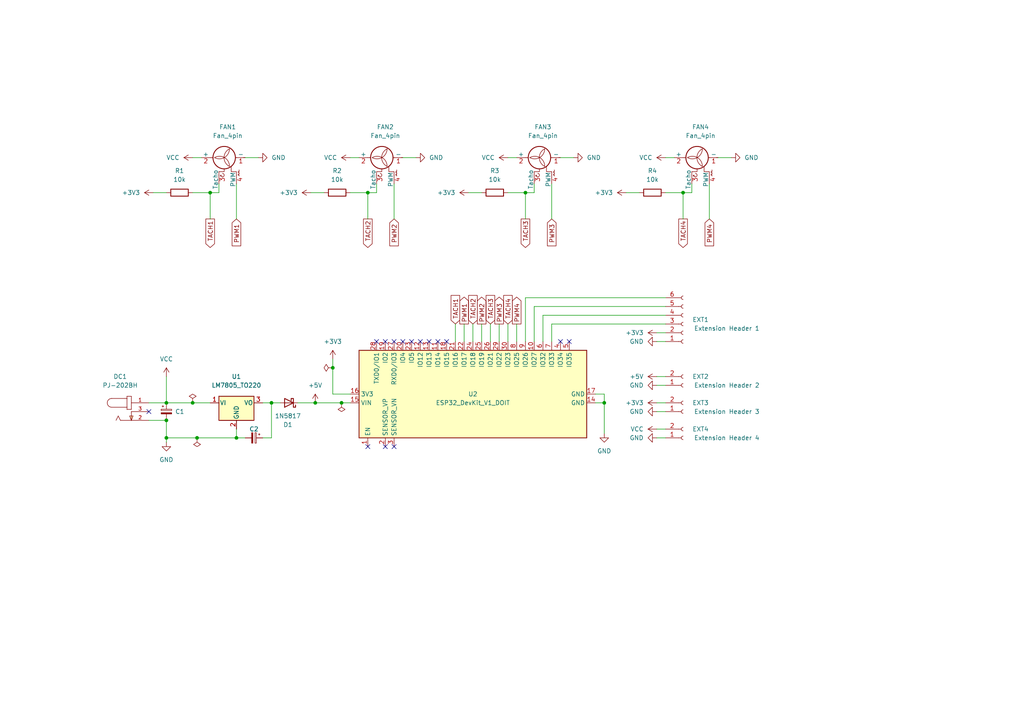
<source format=kicad_sch>
(kicad_sch (version 20211123) (generator eeschema)
  (paper "A4")
  (title_block (title "WiFiFanCon") (date "2022-04-15") (rev "2022.04.0"))
  (lib_symbols
    (symbol "Connector:Conn_01x02_Female" (pin_names (offset 1.016) hide)
      (property "Reference" "J" (at 0 2.54 0))
      (property "Value" "Conn_01x02_Female" (at 0 -5.08 0))
      (symbol "Conn_01x02_Female_1_1"
        (arc (start 0 -2.032) (mid -0.508 -2.54) (end 0 -3.048) (stroke (width 0.1524)))
        (polyline (pts (xy -1.27 -2.54) (xy -0.508 -2.54)) (stroke (width 0.1524)))
        (polyline (pts (xy -1.27 0) (xy -0.508 0)) (stroke (width 0.1524)))
        (arc (start 0 0.508) (mid -0.508 0) (end 0 -0.508) (stroke (width 0.1524)))
        (pin passive line (at -5.08 0 0) (length 3.81) (name "Pin_1") (number "1"))
        (pin passive line (at -5.08 -2.54 0) (length 3.81) (name "Pin_2") (number "2"))
      )
    )
    (symbol "Connector:Conn_01x06_Female" (pin_names (offset 1.016) hide)
      (property "Reference" "J" (at 0 7.62 0))
      (property "Value" "Conn_01x06_Female" (at 0 -10.16 0))
      (symbol "Conn_01x06_Female_1_1"
        (arc (start 0 -7.112) (mid -0.508 -7.62) (end 0 -8.128) (stroke (width 0.1524)))
        (arc (start 0 -4.572) (mid -0.508 -5.08) (end 0 -5.588) (stroke (width 0.1524)))
        (arc (start 0 -2.032) (mid -0.508 -2.54) (end 0 -3.048) (stroke (width 0.1524)))
        (polyline (pts (xy -1.27 -7.62) (xy -0.508 -7.62)) (stroke (width 0.1524)))
        (polyline (pts (xy -1.27 -5.08) (xy -0.508 -5.08)) (stroke (width 0.1524)))
        (polyline (pts (xy -1.27 -2.54) (xy -0.508 -2.54)) (stroke (width 0.1524)))
        (polyline (pts (xy -1.27 0) (xy -0.508 0)) (stroke (width 0.1524)))
        (polyline (pts (xy -1.27 2.54) (xy -0.508 2.54)) (stroke (width 0.1524)))
        (polyline (pts (xy -1.27 5.08) (xy -0.508 5.08)) (stroke (width 0.1524)))
        (arc (start 0 0.508) (mid -0.508 0) (end 0 -0.508) (stroke (width 0.1524)))
        (arc (start 0 3.048) (mid -0.508 2.54) (end 0 2.032) (stroke (width 0.1524)))
        (arc (start 0 5.588) (mid -0.508 5.08) (end 0 4.572) (stroke (width 0.1524)))
        (pin passive line (at -5.08 5.08 0) (length 3.81) (name "Pin_1") (number "1"))
        (pin passive line (at -5.08 2.54 0) (length 3.81) (name "Pin_2") (number "2"))
        (pin passive line (at -5.08 0 0) (length 3.81) (name "Pin_3") (number "3"))
        (pin passive line (at -5.08 -2.54 0) (length 3.81) (name "Pin_4") (number "4"))
        (pin passive line (at -5.08 -5.08 0) (length 3.81) (name "Pin_5") (number "5"))
        (pin passive line (at -5.08 -7.62 0) (length 3.81) (name "Pin_6") (number "6"))
      )
    )
    (symbol "Device:C_Polarized_Small" (pin_numbers hide) (pin_names (offset 0.254) hide)
      (property "Reference" "C" (at 0.254 1.778 0))
      (property "Value" "C_Polarized_Small" (at 0.254 -2.032 0))
      (symbol "C_Polarized_Small_0_1"
        (rectangle (start -1.524 -0.3048) (end 1.524 -0.6858) (fill (type outline)))
        (rectangle (start -1.524 0.6858) (end 1.524 0.3048))
        (polyline (pts (xy -1.27 1.524) (xy -0.762 1.524)))
        (polyline (pts (xy -1.016 1.27) (xy -1.016 1.778)))
      )
      (symbol "C_Polarized_Small_1_1"
        (pin passive line (at 0 2.54 270) (length 1.8542) (name "~") (number "1"))
        (pin passive line (at 0 -2.54 90) (length 1.8542) (name "~") (number "2"))
      )
    )
    (symbol "Device:R" (pin_numbers hide) (pin_names (offset 0))
      (property "Reference" "R" (at 2.032 0 90))
      (property "Value" "R" (at 0 0 90))
      (symbol "R_0_1"
        (rectangle (start -1.016 -2.54) (end 1.016 2.54) (stroke (width 0.254)))
      )
      (symbol "R_1_1"
        (pin passive line (at 0 3.81 270) (length 1.27) (name "~") (number "1"))
        (pin passive line (at 0 -3.81 90) (length 1.27) (name "~") (number "2"))
      )
    )
    (symbol "Diode:1N5817" (pin_numbers hide) (pin_names (offset 1.016) hide)
      (property "Reference" "D1" (at 0.3175 6.35 0))
      (property "Value" "1N5817" (at 0.3175 3.81 0))
      (symbol "1N5817_0_1"
        (polyline (pts (xy 1.27 0) (xy -1.27 0)))
        (polyline (pts (xy 1.27 1.27) (xy 1.27 -1.27) (xy -1.27 0) (xy 1.27 1.27)) (stroke (width 0.254)))
        (polyline (pts (xy -1.905 0.635) (xy -1.905 1.27) (xy -1.27 1.27) (xy -1.27 -1.27) (xy -0.635 -1.27) (xy -0.635 -0.635)) (stroke (width 0.254)))
      )
      (symbol "1N5817_1_1"
        (pin passive line (at -2.54 0 0) (length 2.54) (name "K") (number "1"))
        (pin passive line (at 2.54 0 180) (length 2.54) (name "A") (number "2"))
      )
    )
    (symbol "Motor:Fan_4pin" (pin_names (offset 0))
      (property "Reference" "M" (at 2.54 5.08 0))
      (property "Value" "Fan_4pin" (at 2.54 -2.54 0))
      (symbol "Fan_4pin_0_0"
        (arc (start -5.588 1.524) (mid -5.08 1.016) (end -4.572 1.524))
        (arc (start -5.08 2.032) (mid -5.4392 1.8832) (end -5.588 1.524))
        (polyline (pts (xy -5.08 2.032) (xy -5.334 2.159)))
        (polyline (pts (xy -5.08 2.032) (xy -5.207 1.778)))
        (polyline (pts (xy -4.064 2.54) (xy -4.064 1.016) (xy -3.302 1.016)))
      )
      (symbol "Fan_4pin_0_1"
        (arc (start -2.54 -0.508) (mid 0.0028 0.9121) (end 0 3.81))
        (polyline (pts (xy -4.064 2.54) (xy -5.08 2.54)))
        (polyline (pts (xy 0 -5.08) (xy 0 -4.572)))
        (polyline (pts (xy 0 -2.2352) (xy 0 -2.6416)))
        (polyline (pts (xy 0 4.2672) (xy 0 4.6228)))
        (polyline (pts (xy 0 4.572) (xy 0 5.08)))
        (polyline (pts (xy -2.54 -1.016) (xy -4.064 -1.016) (xy -4.064 -2.54) (xy -5.08 -2.54)))
        (polyline (pts (xy -5.334 -3.302) (xy -5.08 -3.302) (xy -5.08 -3.048) (xy -4.826 -3.048) (xy -4.826 -3.302) (xy -4.318 -3.302) (xy -4.318 -3.048) (xy -4.064 -3.048) (xy -4.064 -3.302) (xy -3.556 -3.302)))
        (circle (center 0 1.016) (radius 3.2512) (stroke (width 0.254)))
        (arc (start 0 3.81) (mid 0.053 0.921) (end 2.54 -0.508))
        (arc (start 2.54 -0.508) (mid 0 1.0618) (end -2.54 -0.508))
      )
      (symbol "Fan_4pin_1_1"
        (pin passive line (at 0 -5.08 90) (length 2.54) (name "-") (number "1"))
        (pin passive line (at 0 7.62 270) (length 2.54) (name "+") (number "2"))
        (pin passive line (at -7.62 2.54 0) (length 2.54) (name "Tacho") (number "3"))
        (pin input line (at -7.62 -2.54 0) (length 2.54) (name "PWM") (number "4"))
      )
    )
    (symbol "PJ-202BH:PJ-202BH" (pin_names (offset 1.016) hide)
      (property "Reference" "J" (at -7.62 5.08 0))
      (property "Value" "PJ-202BH" (at -7.6454 -5.08 0))
      (symbol "PJ-202BH_0_0"
        (arc (start -5.715 3.81) (mid -6.985 2.54) (end -5.715 1.27) (stroke (width 0.1524)))
        (polyline (pts (xy -5.715 3.81) (xy -1.27 3.81)) (stroke (width 0.1524)))
        (polyline (pts (xy -3.81 -1.27) (xy -4.445 -2.54)) (stroke (width 0.1524)))
        (polyline (pts (xy -3.175 -2.54) (xy -3.81 -1.27)) (stroke (width 0.1524)))
        (polyline (pts (xy -1.27 0.635) (xy 0 0.635)) (stroke (width 0.1524)))
        (polyline (pts (xy -1.27 1.27) (xy -5.715 1.27)) (stroke (width 0.1524)))
        (polyline (pts (xy -1.27 1.27) (xy -1.27 0.635)) (stroke (width 0.1524)))
        (polyline (pts (xy -1.27 3.81) (xy -1.27 1.27)) (stroke (width 0.1524)))
        (polyline (pts (xy -1.27 4.445) (xy -1.27 3.81)) (stroke (width 0.1524)))
        (polyline (pts (xy 0 -2.54) (xy -3.175 -2.54)) (stroke (width 0.1524)))
        (polyline (pts (xy 0 0) (xy 0 -2.54)) (stroke (width 0.1524)))
        (polyline (pts (xy 0 0.635) (xy 0 4.445)) (stroke (width 0.1524)))
        (polyline (pts (xy 0 4.445) (xy -1.27 4.445)) (stroke (width 0.1524)))
        (polyline (pts (xy 0 -2.54) (xy -0.508 -1.27) (xy 0.508 -1.27) (xy 0 -2.54)) (stroke (width 0.1524)) (fill (type background)))
        (pin passive line (at 5.08 2.54 180) (length 5.08) (name "~") (number "1"))
        (pin passive line (at 5.08 -2.54 180) (length 5.08) (name "~") (number "2"))
        (pin passive line (at 5.08 0 180) (length 5.08) (name "~") (number "3"))
      )
    )
    (symbol "Regulator_Linear:LM7805_TO220" (pin_names (offset 0.254))
      (property "Reference" "U" (at -3.81 3.175 0))
      (property "Value" "LM7805_TO220" (at 0 3.175 0))
      (symbol "LM7805_TO220_0_1"
        (rectangle (start -5.08 1.905) (end 5.08 -5.08) (stroke (width 0.254)) (fill (type background)))
      )
      (symbol "LM7805_TO220_1_1"
        (pin power_in line (at -7.62 0 0) (length 2.54) (name "VI") (number "1"))
        (pin power_in line (at 0 -7.62 90) (length 2.54) (name "GND") (number "2"))
        (pin power_out line (at 7.62 0 180) (length 2.54) (name "VO") (number "3"))
      )
    )
    (symbol "esp32_devkit_v1_doit:ESP32_DevKit_V1_DOIT"
      (property "Reference" "U" (at -11.43 34.29 0))
      (property "Value" "ESP32_DevKit_V1_DOIT" (at 11.43 34.29 0))
      (symbol "ESP32_DevKit_V1_DOIT_1_1"
        (rectangle (start -12.7 33.02) (end 12.7 -33.02) (stroke (width 0.254)) (fill (type background)))
        (pin input line (at -15.24 30.48 0) (length 2.54) (name "EN") (number "1"))
        (pin bidirectional line (at 15.24 -17.78 180) (length 2.54) (name "IO27") (number "10"))
        (pin bidirectional line (at 15.24 10.16 180) (length 2.54) (name "IO14") (number "11"))
        (pin bidirectional line (at 15.24 15.24 180) (length 2.54) (name "IO12") (number "12"))
        (pin bidirectional line (at 15.24 12.7 180) (length 2.54) (name "IO13") (number "13"))
        (pin power_in line (at -2.54 -35.56 90) (length 2.54) (name "GND") (number "14"))
        (pin power_in line (at -2.54 35.56 270) (length 2.54) (name "VIN") (number "15"))
        (pin power_in line (at 0 35.56 270) (length 2.54) (name "3V3") (number "16"))
        (pin power_in line (at 0 -35.56 90) (length 2.54) (name "GND") (number "17"))
        (pin bidirectional line (at 15.24 7.62 180) (length 2.54) (name "IO15") (number "18"))
        (pin bidirectional line (at 15.24 25.4 180) (length 2.54) (name "IO2") (number "19"))
        (pin input line (at -15.24 25.4 0) (length 2.54) (name "SENSOR_VP") (number "2"))
        (pin bidirectional line (at 15.24 20.32 180) (length 2.54) (name "IO4") (number "20"))
        (pin bidirectional line (at 15.24 5.08 180) (length 2.54) (name "IO16") (number "21"))
        (pin bidirectional line (at 15.24 2.54 180) (length 2.54) (name "IO17") (number "22"))
        (pin bidirectional line (at 15.24 17.78 180) (length 2.54) (name "IO5") (number "23"))
        (pin bidirectional line (at 15.24 0 180) (length 2.54) (name "IO18") (number "24"))
        (pin bidirectional line (at 15.24 -2.54 180) (length 2.54) (name "IO19") (number "25"))
        (pin bidirectional line (at 15.24 -5.08 180) (length 2.54) (name "IO21") (number "26"))
        (pin bidirectional line (at 15.24 22.86 180) (length 2.54) (name "RXD0/IO3") (number "27"))
        (pin bidirectional line (at 15.24 27.94 180) (length 2.54) (name "TXD0/IO1") (number "28"))
        (pin bidirectional line (at 15.24 -7.62 180) (length 2.54) (name "IO22") (number "29"))
        (pin input line (at -15.24 22.86 0) (length 2.54) (name "SENSOR_VN") (number "3"))
        (pin bidirectional line (at 15.24 -10.16 180) (length 2.54) (name "IO23") (number "30"))
        (pin input line (at 15.24 -25.4 180) (length 2.54) (name "IO34") (number "4"))
        (pin input line (at 15.24 -27.94 180) (length 2.54) (name "IO35") (number "5"))
        (pin bidirectional line (at 15.24 -20.32 180) (length 2.54) (name "IO32") (number "6"))
        (pin bidirectional line (at 15.24 -22.86 180) (length 2.54) (name "IO33") (number "7"))
        (pin bidirectional line (at 15.24 -12.7 180) (length 2.54) (name "IO25") (number "8"))
        (pin bidirectional line (at 15.24 -15.24 180) (length 2.54) (name "IO26") (number "9"))
      )
    )
    (symbol "power:+3.3V" (power) (pin_names (offset 0))
      (property "Value" "+3.3V" (at 0 3.556 0))
      (symbol "+3.3V_0_1"
        (polyline (pts (xy -0.762 1.27) (xy 0 2.54)))
        (polyline (pts (xy 0 0) (xy 0 2.54)))
        (polyline (pts (xy 0 2.54) (xy 0.762 1.27)))
      )
      (symbol "+3.3V_1_1"
        (pin power_in line (at 0 0 90) (length 0) hide (name "+3V3") (number "1"))
      )
    )
    (symbol "power:+5V" (power) (pin_names (offset 0))
      (property "Value" "+5V" (at 0 3.556 0))
      (symbol "+5V_0_1"
        (polyline (pts (xy -0.762 1.27) (xy 0 2.54)))
        (polyline (pts (xy 0 0) (xy 0 2.54)))
        (polyline (pts (xy 0 2.54) (xy 0.762 1.27)))
      )
      (symbol "+5V_1_1"
        (pin power_in line (at 0 0 90) (length 0) hide (name "+5V") (number "1"))
      )
    )
    (symbol "power:GND" (power) (pin_names (offset 0))
      (property "Value" "GND" (at 0 -3.81 0))
      (symbol "GND_0_1"
        (polyline (pts (xy 0 0) (xy 0 -1.27) (xy 1.27 -1.27) (xy 0 -2.54) (xy -1.27 -1.27) (xy 0 -1.27)))
      )
      (symbol "GND_1_1"
        (pin power_in line (at 0 0 270) (length 0) hide (name "GND") (number "1"))
      )
    )
    (symbol "power:PWR_FLAG" (power) (pin_numbers hide) (pin_names (offset 0) hide)
      (property "Value" "PWR_FLAG" (at 0 3.81 0))
      (symbol "PWR_FLAG_0_0"
        (pin power_out line (at 0 0 90) (length 0) (name "pwr") (number "1"))
      )
      (symbol "PWR_FLAG_0_1"
        (polyline (pts (xy 0 0) (xy 0 1.27) (xy -1.016 1.905) (xy 0 2.54) (xy 1.016 1.905) (xy 0 1.27)))
      )
    )
    (symbol "power:VCC" (power) (pin_names (offset 0))
      (property "Value" "VCC" (at 0 3.81 0))
      (symbol "VCC_0_1"
        (polyline (pts (xy -0.762 1.27) (xy 0 2.54)))
        (polyline (pts (xy 0 0) (xy 0 2.54)))
        (polyline (pts (xy 0 2.54) (xy 0.762 1.27)))
      )
      (symbol "VCC_1_1"
        (pin power_in line (at 0 0 90) (length 0) hide (name "VCC") (number "1"))
      )
    )
  )
  (junction (at 68.58 127))
  (junction (at 96.52 106.68))
  (junction (at 48.26 121.92))
  (junction (at 60.96 55.88))
  (junction (at 78.74 116.84))
  (junction (at 175.26 116.84))
  (junction (at 48.26 116.84))
  (junction (at 152.4 55.88))
  (junction (at 48.26 127))
  (junction (at 106.68 55.88))
  (junction (at 99.06 116.84))
  (junction (at 55.88 116.84))
  (junction (at 91.44 116.84))
  (junction (at 198.12 55.88))
  (junction (at 57.15 127))
  (no_connect (at 106.68 129.54))
  (no_connect (at 114.3 129.54))
  (no_connect (at 111.76 129.54))
  (no_connect (at 116.84 99.06))
  (no_connect (at 114.3 99.06))
  (no_connect (at 111.76 99.06))
  (no_connect (at 121.92 99.06))
  (no_connect (at 119.38 99.06))
  (no_connect (at 109.22 99.06))
  (no_connect (at 124.46 99.06))
  (no_connect (at 129.54 99.06))
  (no_connect (at 127 99.06))
  (no_connect (at 162.56 99.06))
  (no_connect (at 165.1 99.06))
  (no_connect (at 43.18 119.38))
  (wire (pts (xy 116.84 45.72) (xy 120.65 45.72)))
  (wire (pts (xy 205.74 53.34) (xy 205.74 63.5)))
  (wire (pts (xy 152.4 55.88) (xy 152.4 63.5)))
  (wire (pts (xy 154.94 99.06) (xy 154.94 88.9)))
  (wire (pts (xy 142.24 93.98) (xy 142.24 99.06)))
  (wire (pts (xy 152.4 86.36) (xy 152.4 99.06)))
  (wire (pts (xy 106.68 55.88) (xy 106.68 63.5)))
  (wire (pts (xy 48.26 127) (xy 57.15 127)))
  (wire (pts (xy 44.45 55.88) (xy 48.26 55.88)))
  (wire (pts (xy 157.48 91.44) (xy 157.48 99.06)))
  (wire (pts (xy 190.5 111.76) (xy 193.04 111.76)))
  (wire (pts (xy 48.26 127) (xy 48.26 128.27)))
  (wire (pts (xy 57.15 127) (xy 68.58 127)))
  (wire (pts (xy 149.86 93.98) (xy 149.86 99.06)))
  (wire (pts (xy 190.5 109.22) (xy 193.04 109.22)))
  (wire (pts (xy 109.22 55.88) (xy 109.22 53.34)))
  (wire (pts (xy 91.44 116.84) (xy 99.06 116.84)))
  (wire (pts (xy 208.28 45.72) (xy 212.09 45.72)))
  (wire (pts (xy 60.96 55.88) (xy 60.96 63.5)))
  (wire (pts (xy 137.16 93.98) (xy 137.16 99.06)))
  (wire (pts (xy 144.78 93.98) (xy 144.78 99.06)))
  (wire (pts (xy 190.5 124.46) (xy 193.04 124.46)))
  (wire (pts (xy 162.56 45.72) (xy 166.37 45.72)))
  (wire (pts (xy 154.94 55.88) (xy 154.94 53.34)))
  (wire (pts (xy 68.58 53.34) (xy 68.58 63.5)))
  (wire (pts (xy 43.18 116.84) (xy 48.26 116.84)))
  (wire (pts (xy 160.02 99.06) (xy 160.02 93.98)))
  (wire (pts (xy 175.26 114.3) (xy 175.26 116.84)))
  (wire (pts (xy 152.4 55.88) (xy 154.94 55.88)))
  (wire (pts (xy 114.3 53.34) (xy 114.3 63.5)))
  (wire (pts (xy 132.08 93.98) (xy 132.08 99.06)))
  (wire (pts (xy 55.88 55.88) (xy 60.96 55.88)))
  (wire (pts (xy 48.26 116.84) (xy 55.88 116.84)))
  (wire (pts (xy 134.62 93.98) (xy 134.62 99.06)))
  (wire (pts (xy 68.58 127) (xy 71.12 127)))
  (wire (pts (xy 71.12 45.72) (xy 74.93 45.72)))
  (wire (pts (xy 160.02 93.98) (xy 193.04 93.98)))
  (wire (pts (xy 90.17 55.88) (xy 93.98 55.88)))
  (wire (pts (xy 55.88 116.84) (xy 60.96 116.84)))
  (wire (pts (xy 190.5 119.38) (xy 193.04 119.38)))
  (wire (pts (xy 172.72 116.84) (xy 175.26 116.84)))
  (wire (pts (xy 135.89 55.88) (xy 139.7 55.88)))
  (wire (pts (xy 193.04 91.44) (xy 157.48 91.44)))
  (wire (pts (xy 43.18 121.92) (xy 48.26 121.92)))
  (wire (pts (xy 160.02 53.34) (xy 160.02 63.5)))
  (wire (pts (xy 76.2 127) (xy 78.74 127)))
  (wire (pts (xy 147.32 45.72) (xy 149.86 45.72)))
  (wire (pts (xy 193.04 45.72) (xy 195.58 45.72)))
  (wire (pts (xy 139.7 93.98) (xy 139.7 99.06)))
  (wire (pts (xy 190.5 116.84) (xy 193.04 116.84)))
  (wire (pts (xy 101.6 55.88) (xy 106.68 55.88)))
  (wire (pts (xy 181.61 55.88) (xy 185.42 55.88)))
  (wire (pts (xy 147.32 93.98) (xy 147.32 99.06)))
  (wire (pts (xy 96.52 104.14) (xy 96.52 106.68)))
  (wire (pts (xy 147.32 55.88) (xy 152.4 55.88)))
  (wire (pts (xy 154.94 88.9) (xy 193.04 88.9)))
  (wire (pts (xy 78.74 127) (xy 78.74 116.84)))
  (wire (pts (xy 86.36 116.84) (xy 91.44 116.84)))
  (wire (pts (xy 48.26 121.92) (xy 48.26 127)))
  (wire (pts (xy 76.2 116.84) (xy 78.74 116.84)))
  (wire (pts (xy 63.5 55.88) (xy 63.5 53.34)))
  (wire (pts (xy 190.5 96.52) (xy 193.04 96.52)))
  (wire (pts (xy 193.04 55.88) (xy 198.12 55.88)))
  (wire (pts (xy 68.58 124.46) (xy 68.58 127)))
  (wire (pts (xy 106.68 55.88) (xy 109.22 55.88)))
  (wire (pts (xy 99.06 116.84) (xy 101.6 116.84)))
  (wire (pts (xy 190.5 127) (xy 193.04 127)))
  (wire (pts (xy 48.26 109.22) (xy 48.26 116.84)))
  (wire (pts (xy 60.96 55.88) (xy 63.5 55.88)))
  (wire (pts (xy 193.04 86.36) (xy 152.4 86.36)))
  (wire (pts (xy 78.74 116.84) (xy 81.28 116.84)))
  (wire (pts (xy 175.26 116.84) (xy 175.26 125.73)))
  (wire (pts (xy 55.88 45.72) (xy 58.42 45.72)))
  (wire (pts (xy 101.6 45.72) (xy 104.14 45.72)))
  (wire (pts (xy 200.66 55.88) (xy 200.66 53.34)))
  (wire (pts (xy 172.72 114.3) (xy 175.26 114.3)))
  (wire (pts (xy 101.6 114.3) (xy 96.52 114.3)))
  (wire (pts (xy 96.52 106.68) (xy 96.52 114.3)))
  (wire (pts (xy 198.12 55.88) (xy 198.12 63.5)))
  (wire (pts (xy 198.12 55.88) (xy 200.66 55.88)))
  (wire (pts (xy 190.5 99.06) (xy 193.04 99.06)))
  (global_label "TACH3" (shape input) (at 142.24 93.98 90) (property "Intersheet References" "${INTERSHEET_REFS}" (effects hide)))
  (global_label "PWM4" (shape output) (at 149.86 93.98 90) (property "Intersheet References" "${INTERSHEET_REFS}" (effects hide)))
  (global_label "PWM1" (shape output) (at 134.62 93.98 90) (property "Intersheet References" "${INTERSHEET_REFS}" (effects hide)))
  (global_label "PWM3" (shape input) (at 160.02 63.5 270) (property "Intersheet References" "${INTERSHEET_REFS}" (effects hide)))
  (global_label "TACH3" (shape output) (at 152.4 63.5 270) (property "Intersheet References" "${INTERSHEET_REFS}" (effects hide)))
  (global_label "TACH1" (shape output) (at 60.96 63.5 270) (property "Intersheet References" "${INTERSHEET_REFS}" (effects hide)))
  (global_label "PWM1" (shape input) (at 68.58 63.5 270) (property "Intersheet References" "${INTERSHEET_REFS}" (effects hide)))
  (global_label "TACH4" (shape input) (at 147.32 93.98 90) (property "Intersheet References" "${INTERSHEET_REFS}" (effects hide)))
  (global_label "TACH4" (shape output) (at 198.12 63.5 270) (property "Intersheet References" "${INTERSHEET_REFS}" (effects hide)))
  (global_label "TACH2" (shape output) (at 106.68 63.5 270) (property "Intersheet References" "${INTERSHEET_REFS}" (effects hide)))
  (global_label "PWM2" (shape output) (at 139.7 93.98 90) (property "Intersheet References" "${INTERSHEET_REFS}" (effects hide)))
  (global_label "TACH1" (shape input) (at 132.08 93.98 90) (property "Intersheet References" "${INTERSHEET_REFS}" (effects hide)))
  (global_label "PWM4" (shape input) (at 205.74 63.5 270) (property "Intersheet References" "${INTERSHEET_REFS}" (effects hide)))
  (global_label "PWM3" (shape output) (at 144.78 93.98 90) (property "Intersheet References" "${INTERSHEET_REFS}" (effects hide)))
  (global_label "PWM2" (shape input) (at 114.3 63.5 270) (property "Intersheet References" "${INTERSHEET_REFS}" (effects hide)))
  (global_label "TACH2" (shape input) (at 137.16 93.98 90) (property "Intersheet References" "${INTERSHEET_REFS}" (effects hide)))
  (symbol (lib_id "power:GND") (at 190.5 127 270) (unit 1)
    (property "Reference" "#PWR0122" (effects hide))
    (property "Value" "GND" (at 186.69 126.9999 90) (effects (justify right)))
  )
  (symbol (lib_id "power:VCC") (at 193.04 45.72 90) (unit 1)
    (property "Reference" "#PWR0109" (effects hide))
    (property "Value" "VCC" (at 189.23 45.7199 90) (effects (justify left)))
  )
  (symbol (lib_id "Connector:Conn_01x02_Female") (at 198.12 111.76 0) (mirror x) (unit 1)
    (property "Reference" "EXT2" (at 203.2 109.22 0))
    (property "Value" "Extension Header 2" (at 210.82 111.76 0))
    (property "Footprint" "Connector_PinSocket_2.54mm:PinSocket_1x02_P2.54mm_Vertical" (effects hide))
  )
  (symbol (lib_id "power:VCC") (at 48.26 109.22 0) (unit 1)
    (property "Reference" "#PWR0116" (effects hide))
    (property "Value" "VCC" (at 48.26 104.14 0))
  )
  (symbol (lib_id "Motor:Fan_4pin") (at 203.2 45.72 90) (unit 1)
    (property "Reference" "FAN4" (at 203.2 36.83 90))
    (property "Value" "Fan_4pin" (at 203.2 39.37 90))
    (property "Footprint" "Connector:FanPinHeader_1x04_P2.54mm_Vertical" (effects hide))
    (property "Datasheet" "http://www.formfactors.org/developer%5Cspecs%5Crev1_2_public.pdf" (effects hide))
  )
  (symbol (lib_id "power:GND") (at 175.26 125.73 0) (unit 1)
    (property "Reference" "#PWR0104" (effects hide))
    (property "Value" "GND" (at 175.26 130.81 0))
  )
  (symbol (lib_id "Device:R") (at 189.23 55.88 90) (unit 1)
    (property "Reference" "R4" (at 189.23 49.53 90))
    (property "Value" "10k" (at 189.23 52.07 90))
    (property "Footprint" "Resistor_THT:R_Axial_DIN0207_L6.3mm_D2.5mm_P10.16mm_Horizontal" (effects hide))
  )
  (symbol (lib_id "Connector:Conn_01x02_Female") (at 198.12 127 0) (mirror x) (unit 1)
    (property "Reference" "EXT4" (at 203.2 124.46 0))
    (property "Value" "Extension Header 4" (at 210.82 127 0))
    (property "Footprint" "Connector_PinSocket_2.54mm:PinSocket_1x02_P2.54mm_Vertical" (effects hide))
  )
  (symbol (lib_id "power:+3.3V") (at 44.45 55.88 90) (unit 1)
    (property "Reference" "#PWR0114" (effects hide))
    (property "Value" "+3.3V" (at 40.64 55.8799 90) (effects (justify left)))
  )
  (symbol (lib_id "power:VCC") (at 147.32 45.72 90) (unit 1)
    (property "Reference" "#PWR0112" (effects hide))
    (property "Value" "VCC" (at 143.51 45.7199 90) (effects (justify left)))
  )
  (symbol (lib_id "Device:C_Polarized_Small") (at 48.26 119.38 0) (unit 1)
    (property "Reference" "C1" (at 50.8 119.38 0) (effects (justify left)))
    (property "Value" "C_Polarized_Small" (effects hide))
    (property "Footprint" "Capacitor_THT:CP_Radial_D5.0mm_P2.00mm" (effects hide))
  )
  (symbol (lib_id "power:+3.3V") (at 96.52 104.14 0) (unit 1)
    (property "Reference" "#PWR0115" (effects hide))
    (property "Value" "+3.3V" (at 96.52 99.06 0))
  )
  (symbol (lib_id "power:GND") (at 212.09 45.72 90) (unit 1)
    (property "Reference" "#PWR0108" (effects hide))
    (property "Value" "GND" (at 215.9 45.7199 90) (effects (justify right)))
  )
  (symbol (lib_id "power:GND") (at 120.65 45.72 90) (unit 1)
    (property "Reference" "#PWR0106" (effects hide))
    (property "Value" "GND" (at 124.46 45.7199 90) (effects (justify right)))
  )
  (symbol (lib_id "Regulator_Linear:LM7805_TO220") (at 68.58 116.84 0) (unit 1)
    (property "Reference" "U1" (at 68.58 109.22 0))
    (property "Value" "LM7805_TO220" (at 68.58 111.76 0))
    (property "Footprint" "Package_TO_SOT_THT:TO-220-3_Vertical" (effects hide))
    (property "Datasheet" "https://www.onsemi.cn/PowerSolutions/document/MC7800-D.PDF" (effects hide))
  )
  (symbol (lib_id "power:+5V") (at 190.5 109.22 90) (unit 1)
    (property "Reference" "#PWR0125" (effects hide))
    (property "Value" "+5V" (at 186.69 109.2199 90) (effects (justify left)))
  )
  (symbol (lib_id "Motor:Fan_4pin") (at 66.04 45.72 90) (unit 1)
    (property "Reference" "FAN1" (at 66.04 36.83 90))
    (property "Value" "Fan_4pin" (at 66.04 39.37 90))
    (property "Footprint" "Connector:FanPinHeader_1x04_P2.54mm_Vertical" (effects hide))
    (property "Datasheet" "http://www.formfactors.org/developer%5Cspecs%5Crev1_2_public.pdf" (effects hide))
  )
  (symbol (lib_id "power:GND") (at 166.37 45.72 90) (unit 1)
    (property "Reference" "#PWR0111" (effects hide))
    (property "Value" "GND" (at 170.18 45.7199 90) (effects (justify right)))
  )
  (symbol (lib_id "Motor:Fan_4pin") (at 111.76 45.72 90) (unit 1)
    (property "Reference" "FAN2" (at 111.76 36.83 90))
    (property "Value" "Fan_4pin" (at 111.76 39.37 90))
    (property "Footprint" "Connector:FanPinHeader_1x04_P2.54mm_Vertical" (effects hide))
    (property "Datasheet" "http://www.formfactors.org/developer%5Cspecs%5Crev1_2_public.pdf" (effects hide))
  )
  (symbol (lib_id "power:PWR_FLAG") (at 55.88 116.84 0) (unit 1)
    (property "Reference" "#FLG0101" (effects hide))
    (property "Value" "PWR_FLAG" (effects hide))
  )
  (symbol (lib_id "power:VCC") (at 55.88 45.72 90) (unit 1)
    (property "Reference" "#PWR0101" (effects hide))
    (property "Value" "VCC" (at 52.07 45.7199 90) (effects (justify left)))
  )
  (symbol (lib_id "Device:R") (at 52.07 55.88 90) (unit 1)
    (property "Reference" "R1" (at 52.07 49.53 90))
    (property "Value" "10k" (at 52.07 52.07 90))
    (property "Footprint" "Resistor_THT:R_Axial_DIN0207_L6.3mm_D2.5mm_P10.16mm_Horizontal" (effects hide))
  )
  (symbol (lib_id "power:GND") (at 190.5 119.38 270) (unit 1)
    (property "Reference" "#PWR0120" (effects hide))
    (property "Value" "GND" (at 186.69 119.3799 90) (effects (justify right)))
  )
  (symbol (lib_id "Connector:Conn_01x02_Female") (at 198.12 119.38 0) (mirror x) (unit 1)
    (property "Reference" "EXT3" (at 203.2 116.84 0))
    (property "Value" "Extension Header 3" (at 210.82 119.38 0))
    (property "Footprint" "Connector_PinSocket_2.54mm:PinSocket_1x02_P2.54mm_Vertical" (effects hide))
  )
  (symbol (lib_id "power:VCC") (at 101.6 45.72 90) (unit 1)
    (property "Reference" "#PWR0105" (effects hide))
    (property "Value" "VCC" (at 97.79 45.7199 90) (effects (justify left)))
  )
  (symbol (lib_id "power:+3.3V") (at 190.5 96.52 90) (unit 1)
    (property "Reference" "#PWR0118" (effects hide))
    (property "Value" "+3.3V" (at 186.69 96.5199 90) (effects (justify left)))
  )
  (symbol (lib_id "power:+3.3V") (at 90.17 55.88 90) (unit 1)
    (property "Reference" "#PWR0103" (effects hide))
    (property "Value" "+3.3V" (at 86.36 55.8799 90) (effects (justify left)))
  )
  (symbol (lib_id "power:PWR_FLAG") (at 96.52 106.68 90) (unit 1)
    (property "Reference" "#FLG0103" (effects hide))
    (property "Value" "PWR_FLAG" (effects hide))
  )
  (symbol (lib_id "PJ-202BH:PJ-202BH") (at 38.1 119.38 0) (unit 1)
    (property "Reference" "DC1" (at 34.8615 109.22 0))
    (property "Value" "PJ-202BH" (at 34.8615 111.76 0))
    (property "Footprint" "Custom:CUI_PJ-202BH" (effects hide))
    (property "STANDARD" "Manufacturer recommendations" (effects hide))
    (property "PART_REV" "1.02" (effects hide))
    (property "MANUFACTURER" "CUI INC" (effects hide))
  )
  (symbol (lib_id "power:+5V") (at 91.44 116.84 0) (unit 1)
    (property "Reference" "#PWR0119" (effects hide))
    (property "Value" "+5V" (at 91.44 111.76 0))
  )
  (symbol (lib_id "power:GND") (at 190.5 111.76 270) (unit 1)
    (property "Reference" "#PWR0124" (effects hide))
    (property "Value" "GND" (at 186.69 111.7599 90) (effects (justify right)))
  )
  (symbol (lib_id "power:GND") (at 190.5 99.06 270) (unit 1)
    (property "Reference" "#PWR0117" (effects hide))
    (property "Value" "GND" (at 186.69 99.0599 90) (effects (justify right)))
  )
  (symbol (lib_id "power:+3.3V") (at 135.89 55.88 90) (unit 1)
    (property "Reference" "#PWR0107" (effects hide))
    (property "Value" "+3.3V" (at 132.08 55.8799 90) (effects (justify left)))
  )
  (symbol (lib_id "Device:R") (at 97.79 55.88 90) (unit 1)
    (property "Reference" "R2" (at 97.79 49.53 90))
    (property "Value" "10k" (at 97.79 52.07 90))
    (property "Footprint" "Resistor_THT:R_Axial_DIN0207_L6.3mm_D2.5mm_P10.16mm_Horizontal" (effects hide))
  )
  (symbol (lib_id "power:GND") (at 48.26 128.27 0) (unit 1)
    (property "Reference" "#PWR0113" (effects hide))
    (property "Value" "GND" (at 48.26 133.35 0))
  )
  (symbol (lib_id "power:PWR_FLAG") (at 57.15 127 180) (unit 1)
    (property "Reference" "#FLG0102" (effects hide))
    (property "Value" "PWR_FLAG" (effects hide))
  )
  (symbol (lib_id "Motor:Fan_4pin") (at 157.48 45.72 90) (unit 1)
    (property "Reference" "FAN3" (at 157.48 36.83 90))
    (property "Value" "Fan_4pin" (at 157.48 39.37 90))
    (property "Footprint" "Connector:FanPinHeader_1x04_P2.54mm_Vertical" (effects hide))
    (property "Datasheet" "http://www.formfactors.org/developer%5Cspecs%5Crev1_2_public.pdf" (effects hide))
  )
  (symbol (lib_id "power:+3.3V") (at 190.5 116.84 90) (unit 1)
    (property "Reference" "#PWR0121" (effects hide))
    (property "Value" "+3.3V" (at 186.69 116.8399 90) (effects (justify left)))
  )
  (symbol (lib_id "power:+3.3V") (at 181.61 55.88 90) (unit 1)
    (property "Reference" "#PWR0110" (effects hide))
    (property "Value" "+3.3V" (at 177.8 55.8799 90) (effects (justify left)))
  )
  (symbol (lib_id "power:PWR_FLAG") (at 99.06 116.84 180) (unit 1)
    (property "Reference" "#FLG0104" (effects hide))
    (property "Value" "PWR_FLAG" (effects hide))
  )
  (symbol (lib_id "Diode:1N5817") (at 83.82 116.84 180) (unit 1)
    (property "Reference" "D1" (at 83.5025 123.19 0))
    (property "Value" "1N5817" (at 83.5025 120.65 0))
    (property "Footprint" "Diode_THT:D_DO-41_SOD81_P10.16mm_Horizontal" (effects hide))
    (property "Datasheet" "http://www.vishay.com/docs/88525/1n5817.pdf" (effects hide))
  )
  (symbol (lib_id "power:GND") (at 74.93 45.72 90) (unit 1)
    (property "Reference" "#PWR0102" (effects hide))
    (property "Value" "GND" (at 78.74 45.7199 90) (effects (justify right)))
  )
  (symbol (lib_id "Connector:Conn_01x06_Female") (at 198.12 93.98 0) (mirror x) (unit 1)
    (property "Reference" "EXT1" (at 203.2 92.71 0))
    (property "Value" "Extension Header 1" (at 210.82 95.25 0))
    (property "Footprint" "Connector_PinSocket_2.54mm:PinSocket_1x06_P2.54mm_Vertical" (effects hide))
  )
  (symbol (lib_id "power:VCC") (at 190.5 124.46 90) (unit 1)
    (property "Reference" "#PWR0123" (effects hide))
    (property "Value" "VCC" (at 186.69 124.4599 90) (effects (justify left)))
  )
  (symbol (lib_id "Device:R") (at 143.51 55.88 90) (unit 1)
    (property "Reference" "R3" (at 143.51 49.53 90))
    (property "Value" "10k" (at 143.51 52.07 90))
    (property "Footprint" "Resistor_THT:R_Axial_DIN0207_L6.3mm_D2.5mm_P10.16mm_Horizontal" (effects hide))
  )
  (symbol (lib_id "Device:C_Polarized_Small") (at 73.66 127 270) (unit 1)
    (property "Reference" "C2" (at 73.66 124.46 90))
    (property "Value" "C_Polarized_Small" (effects hide))
    (property "Footprint" "Capacitor_THT:CP_Radial_D5.0mm_P2.00mm" (effects hide))
  )
  (symbol (lib_id "esp32_devkit_v1_doit:ESP32_DevKit_V1_DOIT") (at 137.16 114.3 90) (unit 1)
    (property "Reference" "U2" (at 137.16 114.3 90))
    (property "Value" "ESP32_DevKit_V1_DOIT" (at 137.16 116.84 90))
    (property "Footprint" "Custom:esp32_devkit_v1_doit" (effects hide))
    (property "Datasheet" "https://aliexpress.com/item/32864722159.html" (effects hide))
  )
)
</source>
